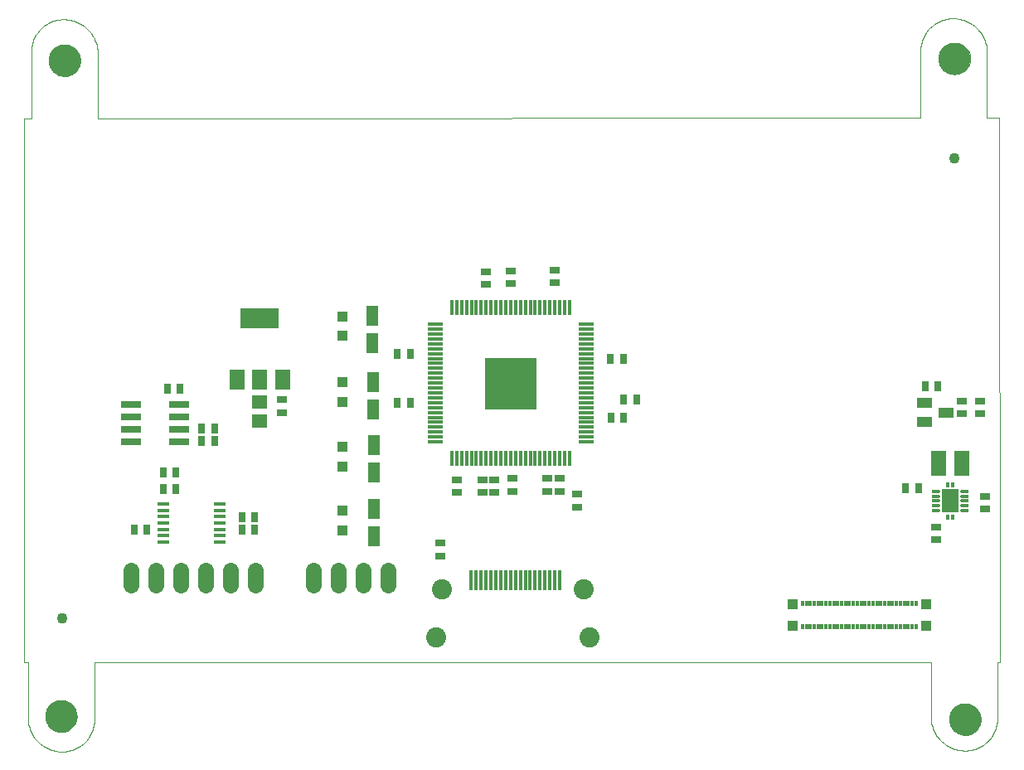
<source format=gts>
G75*
G70*
%OFA0B0*%
%FSLAX24Y24*%
%IPPOS*%
%LPD*%
%AMOC8*
5,1,8,0,0,1.08239X$1,22.5*
%
%ADD10C,0.0000*%
%ADD11C,0.1300*%
%ADD12R,0.0820X0.0250*%
%ADD13R,0.0316X0.0394*%
%ADD14R,0.0118X0.0236*%
%ADD15R,0.0669X0.0965*%
%ADD16R,0.0299X0.0138*%
%ADD17C,0.0138*%
%ADD18R,0.0591X0.0985*%
%ADD19R,0.0394X0.0316*%
%ADD20R,0.0591X0.0434*%
%ADD21R,0.0620X0.0150*%
%ADD22R,0.0150X0.0620*%
%ADD23R,0.2090X0.2090*%
%ADD24R,0.0434X0.0434*%
%ADD25R,0.0512X0.0827*%
%ADD26R,0.0131X0.0237*%
%ADD27R,0.0394X0.0402*%
%ADD28R,0.0512X0.0158*%
%ADD29C,0.0640*%
%ADD30R,0.0631X0.0827*%
%ADD31R,0.1536X0.0827*%
%ADD32R,0.0631X0.0552*%
%ADD33R,0.0158X0.0788*%
%ADD34C,0.0808*%
%ADD35C,0.0434*%
D10*
X001652Y000107D02*
X001722Y000109D01*
X001792Y000115D01*
X001862Y000124D01*
X001931Y000137D01*
X002000Y000154D01*
X002067Y000175D01*
X002133Y000199D01*
X002197Y000227D01*
X002260Y000258D01*
X002322Y000293D01*
X002381Y000331D01*
X002438Y000372D01*
X002493Y000416D01*
X002545Y000463D01*
X002595Y000513D01*
X002642Y000565D01*
X002686Y000620D01*
X002727Y000677D01*
X002765Y000736D01*
X002800Y000798D01*
X002831Y000861D01*
X002859Y000925D01*
X002883Y000991D01*
X002904Y001058D01*
X002921Y001127D01*
X002934Y001196D01*
X002943Y001266D01*
X002949Y001336D01*
X002951Y001406D01*
X002951Y003690D01*
X036573Y003690D01*
X036573Y001524D01*
X036575Y001452D01*
X036581Y001380D01*
X036590Y001308D01*
X036603Y001237D01*
X036620Y001167D01*
X036640Y001098D01*
X036665Y001030D01*
X036692Y000964D01*
X036723Y000898D01*
X036758Y000835D01*
X036795Y000773D01*
X036836Y000714D01*
X036880Y000657D01*
X036927Y000602D01*
X036977Y000550D01*
X037029Y000500D01*
X037084Y000453D01*
X037141Y000409D01*
X037200Y000368D01*
X037262Y000331D01*
X037325Y000296D01*
X037391Y000265D01*
X037457Y000238D01*
X037525Y000213D01*
X037594Y000193D01*
X037664Y000176D01*
X037735Y000163D01*
X037807Y000154D01*
X037879Y000148D01*
X037951Y000146D01*
X037321Y001406D02*
X037323Y001456D01*
X037329Y001506D01*
X037339Y001555D01*
X037353Y001603D01*
X037370Y001650D01*
X037391Y001695D01*
X037416Y001739D01*
X037444Y001780D01*
X037476Y001819D01*
X037510Y001856D01*
X037547Y001890D01*
X037587Y001920D01*
X037629Y001947D01*
X037673Y001971D01*
X037719Y001992D01*
X037766Y002008D01*
X037814Y002021D01*
X037864Y002030D01*
X037913Y002035D01*
X037964Y002036D01*
X038014Y002033D01*
X038063Y002026D01*
X038112Y002015D01*
X038160Y002000D01*
X038206Y001982D01*
X038251Y001960D01*
X038294Y001934D01*
X038335Y001905D01*
X038374Y001873D01*
X038410Y001838D01*
X038442Y001800D01*
X038472Y001760D01*
X038499Y001717D01*
X038522Y001673D01*
X038541Y001627D01*
X038557Y001579D01*
X038569Y001530D01*
X038577Y001481D01*
X038581Y001431D01*
X038581Y001381D01*
X038577Y001331D01*
X038569Y001282D01*
X038557Y001233D01*
X038541Y001185D01*
X038522Y001139D01*
X038499Y001095D01*
X038472Y001052D01*
X038442Y001012D01*
X038410Y000974D01*
X038374Y000939D01*
X038335Y000907D01*
X038294Y000878D01*
X038251Y000852D01*
X038206Y000830D01*
X038160Y000812D01*
X038112Y000797D01*
X038063Y000786D01*
X038014Y000779D01*
X037964Y000776D01*
X037913Y000777D01*
X037864Y000782D01*
X037814Y000791D01*
X037766Y000804D01*
X037719Y000820D01*
X037673Y000841D01*
X037629Y000865D01*
X037587Y000892D01*
X037547Y000922D01*
X037510Y000956D01*
X037476Y000993D01*
X037444Y001032D01*
X037416Y001073D01*
X037391Y001117D01*
X037370Y001162D01*
X037353Y001209D01*
X037339Y001257D01*
X037329Y001306D01*
X037323Y001356D01*
X037321Y001406D01*
X037951Y000147D02*
X038021Y000149D01*
X038091Y000155D01*
X038161Y000164D01*
X038230Y000177D01*
X038299Y000194D01*
X038366Y000215D01*
X038432Y000239D01*
X038496Y000267D01*
X038559Y000298D01*
X038621Y000333D01*
X038680Y000371D01*
X038737Y000412D01*
X038792Y000456D01*
X038844Y000503D01*
X038894Y000553D01*
X038941Y000605D01*
X038985Y000660D01*
X039026Y000717D01*
X039064Y000776D01*
X039099Y000838D01*
X039130Y000901D01*
X039158Y000965D01*
X039182Y001031D01*
X039203Y001098D01*
X039220Y001167D01*
X039233Y001236D01*
X039242Y001306D01*
X039248Y001376D01*
X039250Y001446D01*
X039250Y003690D01*
X039349Y003690D01*
X039329Y025619D01*
X038837Y025619D01*
X038837Y028217D01*
X036907Y027981D02*
X036909Y028031D01*
X036915Y028081D01*
X036925Y028130D01*
X036939Y028178D01*
X036956Y028225D01*
X036977Y028270D01*
X037002Y028314D01*
X037030Y028355D01*
X037062Y028394D01*
X037096Y028431D01*
X037133Y028465D01*
X037173Y028495D01*
X037215Y028522D01*
X037259Y028546D01*
X037305Y028567D01*
X037352Y028583D01*
X037400Y028596D01*
X037450Y028605D01*
X037499Y028610D01*
X037550Y028611D01*
X037600Y028608D01*
X037649Y028601D01*
X037698Y028590D01*
X037746Y028575D01*
X037792Y028557D01*
X037837Y028535D01*
X037880Y028509D01*
X037921Y028480D01*
X037960Y028448D01*
X037996Y028413D01*
X038028Y028375D01*
X038058Y028335D01*
X038085Y028292D01*
X038108Y028248D01*
X038127Y028202D01*
X038143Y028154D01*
X038155Y028105D01*
X038163Y028056D01*
X038167Y028006D01*
X038167Y027956D01*
X038163Y027906D01*
X038155Y027857D01*
X038143Y027808D01*
X038127Y027760D01*
X038108Y027714D01*
X038085Y027670D01*
X038058Y027627D01*
X038028Y027587D01*
X037996Y027549D01*
X037960Y027514D01*
X037921Y027482D01*
X037880Y027453D01*
X037837Y027427D01*
X037792Y027405D01*
X037746Y027387D01*
X037698Y027372D01*
X037649Y027361D01*
X037600Y027354D01*
X037550Y027351D01*
X037499Y027352D01*
X037450Y027357D01*
X037400Y027366D01*
X037352Y027379D01*
X037305Y027395D01*
X037259Y027416D01*
X037215Y027440D01*
X037173Y027467D01*
X037133Y027497D01*
X037096Y027531D01*
X037062Y027568D01*
X037030Y027607D01*
X037002Y027648D01*
X036977Y027692D01*
X036956Y027737D01*
X036939Y027784D01*
X036925Y027832D01*
X036915Y027881D01*
X036909Y027931D01*
X036907Y027981D01*
X037459Y029595D02*
X037531Y029593D01*
X037603Y029587D01*
X037675Y029578D01*
X037746Y029565D01*
X037816Y029548D01*
X037885Y029528D01*
X037953Y029503D01*
X038019Y029476D01*
X038085Y029445D01*
X038148Y029410D01*
X038210Y029373D01*
X038269Y029332D01*
X038326Y029288D01*
X038381Y029241D01*
X038433Y029191D01*
X038483Y029139D01*
X038530Y029084D01*
X038574Y029027D01*
X038615Y028968D01*
X038652Y028906D01*
X038687Y028843D01*
X038718Y028777D01*
X038745Y028711D01*
X038770Y028643D01*
X038790Y028574D01*
X038807Y028504D01*
X038820Y028433D01*
X038829Y028361D01*
X038835Y028289D01*
X038837Y028217D01*
X037459Y029595D02*
X037389Y029593D01*
X037319Y029587D01*
X037249Y029578D01*
X037180Y029565D01*
X037111Y029548D01*
X037044Y029527D01*
X036978Y029503D01*
X036914Y029475D01*
X036851Y029444D01*
X036789Y029409D01*
X036730Y029371D01*
X036673Y029330D01*
X036618Y029286D01*
X036566Y029239D01*
X036516Y029189D01*
X036469Y029137D01*
X036425Y029082D01*
X036384Y029025D01*
X036346Y028966D01*
X036311Y028904D01*
X036280Y028841D01*
X036252Y028777D01*
X036228Y028711D01*
X036207Y028644D01*
X036190Y028575D01*
X036177Y028506D01*
X036168Y028436D01*
X036162Y028366D01*
X036160Y028296D01*
X036160Y025619D01*
X003089Y025580D01*
X003089Y028178D01*
X001120Y027902D02*
X001122Y027952D01*
X001128Y028002D01*
X001138Y028051D01*
X001152Y028099D01*
X001169Y028146D01*
X001190Y028191D01*
X001215Y028235D01*
X001243Y028276D01*
X001275Y028315D01*
X001309Y028352D01*
X001346Y028386D01*
X001386Y028416D01*
X001428Y028443D01*
X001472Y028467D01*
X001518Y028488D01*
X001565Y028504D01*
X001613Y028517D01*
X001663Y028526D01*
X001712Y028531D01*
X001763Y028532D01*
X001813Y028529D01*
X001862Y028522D01*
X001911Y028511D01*
X001959Y028496D01*
X002005Y028478D01*
X002050Y028456D01*
X002093Y028430D01*
X002134Y028401D01*
X002173Y028369D01*
X002209Y028334D01*
X002241Y028296D01*
X002271Y028256D01*
X002298Y028213D01*
X002321Y028169D01*
X002340Y028123D01*
X002356Y028075D01*
X002368Y028026D01*
X002376Y027977D01*
X002380Y027927D01*
X002380Y027877D01*
X002376Y027827D01*
X002368Y027778D01*
X002356Y027729D01*
X002340Y027681D01*
X002321Y027635D01*
X002298Y027591D01*
X002271Y027548D01*
X002241Y027508D01*
X002209Y027470D01*
X002173Y027435D01*
X002134Y027403D01*
X002093Y027374D01*
X002050Y027348D01*
X002005Y027326D01*
X001959Y027308D01*
X001911Y027293D01*
X001862Y027282D01*
X001813Y027275D01*
X001763Y027272D01*
X001712Y027273D01*
X001663Y027278D01*
X001613Y027287D01*
X001565Y027300D01*
X001518Y027316D01*
X001472Y027337D01*
X001428Y027361D01*
X001386Y027388D01*
X001346Y027418D01*
X001309Y027452D01*
X001275Y027489D01*
X001243Y027528D01*
X001215Y027569D01*
X001190Y027613D01*
X001169Y027658D01*
X001152Y027705D01*
X001138Y027753D01*
X001128Y027802D01*
X001122Y027852D01*
X001120Y027902D01*
X001711Y029556D02*
X001783Y029554D01*
X001855Y029548D01*
X001927Y029539D01*
X001998Y029526D01*
X002068Y029509D01*
X002137Y029489D01*
X002205Y029464D01*
X002271Y029437D01*
X002337Y029406D01*
X002400Y029371D01*
X002462Y029334D01*
X002521Y029293D01*
X002578Y029249D01*
X002633Y029202D01*
X002685Y029152D01*
X002735Y029100D01*
X002782Y029045D01*
X002826Y028988D01*
X002867Y028929D01*
X002904Y028867D01*
X002939Y028804D01*
X002970Y028738D01*
X002997Y028672D01*
X003022Y028604D01*
X003042Y028535D01*
X003059Y028465D01*
X003072Y028394D01*
X003081Y028322D01*
X003087Y028250D01*
X003089Y028178D01*
X001711Y029556D02*
X001641Y029554D01*
X001571Y029548D01*
X001501Y029539D01*
X001432Y029526D01*
X001363Y029509D01*
X001296Y029488D01*
X001230Y029464D01*
X001166Y029436D01*
X001103Y029405D01*
X001041Y029370D01*
X000982Y029332D01*
X000925Y029291D01*
X000870Y029247D01*
X000818Y029200D01*
X000768Y029150D01*
X000721Y029098D01*
X000677Y029043D01*
X000636Y028986D01*
X000598Y028927D01*
X000563Y028865D01*
X000532Y028802D01*
X000504Y028738D01*
X000480Y028672D01*
X000459Y028605D01*
X000442Y028536D01*
X000429Y028467D01*
X000420Y028397D01*
X000414Y028327D01*
X000412Y028257D01*
X000411Y028257D02*
X000411Y025580D01*
X000136Y025580D01*
X000136Y003690D01*
X000274Y003690D01*
X000274Y001485D01*
X000982Y001524D02*
X000984Y001574D01*
X000990Y001624D01*
X001000Y001673D01*
X001014Y001721D01*
X001031Y001768D01*
X001052Y001813D01*
X001077Y001857D01*
X001105Y001898D01*
X001137Y001937D01*
X001171Y001974D01*
X001208Y002008D01*
X001248Y002038D01*
X001290Y002065D01*
X001334Y002089D01*
X001380Y002110D01*
X001427Y002126D01*
X001475Y002139D01*
X001525Y002148D01*
X001574Y002153D01*
X001625Y002154D01*
X001675Y002151D01*
X001724Y002144D01*
X001773Y002133D01*
X001821Y002118D01*
X001867Y002100D01*
X001912Y002078D01*
X001955Y002052D01*
X001996Y002023D01*
X002035Y001991D01*
X002071Y001956D01*
X002103Y001918D01*
X002133Y001878D01*
X002160Y001835D01*
X002183Y001791D01*
X002202Y001745D01*
X002218Y001697D01*
X002230Y001648D01*
X002238Y001599D01*
X002242Y001549D01*
X002242Y001499D01*
X002238Y001449D01*
X002230Y001400D01*
X002218Y001351D01*
X002202Y001303D01*
X002183Y001257D01*
X002160Y001213D01*
X002133Y001170D01*
X002103Y001130D01*
X002071Y001092D01*
X002035Y001057D01*
X001996Y001025D01*
X001955Y000996D01*
X001912Y000970D01*
X001867Y000948D01*
X001821Y000930D01*
X001773Y000915D01*
X001724Y000904D01*
X001675Y000897D01*
X001625Y000894D01*
X001574Y000895D01*
X001525Y000900D01*
X001475Y000909D01*
X001427Y000922D01*
X001380Y000938D01*
X001334Y000959D01*
X001290Y000983D01*
X001248Y001010D01*
X001208Y001040D01*
X001171Y001074D01*
X001137Y001111D01*
X001105Y001150D01*
X001077Y001191D01*
X001052Y001235D01*
X001031Y001280D01*
X001014Y001327D01*
X001000Y001375D01*
X000990Y001424D01*
X000984Y001474D01*
X000982Y001524D01*
X000274Y001485D02*
X000276Y001413D01*
X000282Y001341D01*
X000291Y001269D01*
X000304Y001198D01*
X000321Y001128D01*
X000341Y001059D01*
X000366Y000991D01*
X000393Y000925D01*
X000424Y000859D01*
X000459Y000796D01*
X000496Y000734D01*
X000537Y000675D01*
X000581Y000618D01*
X000628Y000563D01*
X000678Y000511D01*
X000730Y000461D01*
X000785Y000414D01*
X000842Y000370D01*
X000901Y000329D01*
X000963Y000292D01*
X001026Y000257D01*
X001092Y000226D01*
X001158Y000199D01*
X001226Y000174D01*
X001295Y000154D01*
X001365Y000137D01*
X001436Y000124D01*
X001508Y000115D01*
X001580Y000109D01*
X001652Y000107D01*
D11*
X001612Y001524D03*
X001750Y027902D03*
X037537Y027981D03*
X037951Y001406D03*
D12*
X006362Y012585D03*
X006362Y013085D03*
X006362Y013585D03*
X006362Y014085D03*
X004422Y014085D03*
X004422Y013585D03*
X004422Y013085D03*
X004422Y012585D03*
D13*
X005726Y011347D03*
X006238Y011347D03*
X006238Y010678D03*
X005726Y010678D03*
X005057Y009044D03*
X004545Y009044D03*
X008876Y009024D03*
X009388Y009024D03*
X009388Y009536D03*
X008876Y009536D03*
X007774Y012587D03*
X007262Y012587D03*
X007262Y013099D03*
X007774Y013099D03*
X006396Y014713D03*
X005884Y014713D03*
X015136Y014143D03*
X015648Y014143D03*
X015648Y016111D03*
X015136Y016111D03*
X023699Y015914D03*
X024211Y015914D03*
X024230Y014261D03*
X024742Y014261D03*
X024230Y013552D03*
X023719Y013552D03*
X035572Y010687D03*
X036084Y010687D03*
X036356Y014812D03*
X036868Y014812D03*
D14*
X037243Y010828D03*
X037459Y010828D03*
X037459Y009549D03*
X037243Y009549D03*
D15*
X037351Y010189D03*
D16*
X037959Y010189D03*
X037959Y010386D03*
X037959Y010582D03*
X037959Y009992D03*
X037959Y009795D03*
X036743Y009795D03*
X036743Y009992D03*
X036743Y010189D03*
X036743Y010386D03*
X036743Y010582D03*
D17*
X036892Y010582D03*
X036892Y010386D03*
X036892Y010189D03*
X036892Y009992D03*
X036892Y009795D03*
X037810Y009795D03*
X037810Y009992D03*
X037810Y010189D03*
X037810Y010386D03*
X037810Y010582D03*
D18*
X037823Y011704D03*
X036879Y011704D03*
D19*
X038749Y010386D03*
X038749Y009874D03*
X036787Y009133D03*
X036787Y008621D03*
X037833Y013690D03*
X037833Y014202D03*
X038541Y014202D03*
X038541Y013690D03*
X022341Y010461D03*
X022341Y009950D03*
X021652Y010580D03*
X021140Y010580D03*
X021140Y011091D03*
X021652Y011091D03*
X019742Y011091D03*
X019014Y011052D03*
X018561Y011052D03*
X018561Y010540D03*
X019014Y010540D03*
X019742Y010580D03*
X017537Y010540D03*
X017537Y011052D03*
X016868Y008493D03*
X016868Y007981D03*
X010490Y013749D03*
X010490Y014261D03*
X018699Y018906D03*
X018699Y019418D03*
X019683Y019438D03*
X019683Y018926D03*
X021455Y018965D03*
X021455Y019477D03*
D20*
X036317Y014123D03*
X036317Y013375D03*
X037183Y013749D03*
D21*
X022723Y013750D03*
X022723Y013950D03*
X022723Y014140D03*
X022723Y014340D03*
X022723Y014540D03*
X022723Y014730D03*
X022723Y014930D03*
X022723Y015130D03*
X022723Y015320D03*
X022723Y015520D03*
X022723Y015720D03*
X022723Y015910D03*
X022723Y016110D03*
X022723Y016310D03*
X022723Y016500D03*
X022723Y016700D03*
X022723Y016900D03*
X022723Y017100D03*
X022723Y017290D03*
X022723Y013550D03*
X022723Y013360D03*
X022723Y013160D03*
X022723Y012960D03*
X022723Y012760D03*
X022723Y012570D03*
X016643Y012570D03*
X016643Y012760D03*
X016643Y012960D03*
X016643Y013160D03*
X016643Y013360D03*
X016643Y013550D03*
X016643Y013750D03*
X016643Y013950D03*
X016643Y014140D03*
X016643Y014340D03*
X016643Y014540D03*
X016643Y014730D03*
X016643Y014930D03*
X016643Y015130D03*
X016643Y015320D03*
X016643Y015520D03*
X016643Y015720D03*
X016643Y015910D03*
X016643Y016110D03*
X016643Y016310D03*
X016643Y016500D03*
X016643Y016700D03*
X016643Y016900D03*
X016643Y017100D03*
X016643Y017290D03*
D22*
X017323Y017970D03*
X017513Y017970D03*
X017713Y017970D03*
X017913Y017970D03*
X018113Y017970D03*
X018303Y017970D03*
X018503Y017970D03*
X018703Y017970D03*
X018893Y017970D03*
X019093Y017970D03*
X019293Y017970D03*
X019483Y017970D03*
X019683Y017970D03*
X019883Y017970D03*
X020073Y017970D03*
X020273Y017970D03*
X020473Y017970D03*
X020663Y017970D03*
X020863Y017970D03*
X021063Y017970D03*
X021253Y017970D03*
X021453Y017970D03*
X021653Y017970D03*
X021853Y017970D03*
X022043Y017970D03*
X022043Y011890D03*
X021853Y011890D03*
X021653Y011890D03*
X021453Y011890D03*
X021253Y011890D03*
X021063Y011890D03*
X020863Y011890D03*
X020663Y011890D03*
X020473Y011890D03*
X020273Y011890D03*
X020073Y011890D03*
X019883Y011890D03*
X019683Y011890D03*
X019483Y011890D03*
X019293Y011890D03*
X019093Y011890D03*
X018893Y011890D03*
X018703Y011890D03*
X018503Y011890D03*
X018303Y011890D03*
X018113Y011890D03*
X017913Y011890D03*
X017713Y011890D03*
X017513Y011890D03*
X017323Y011890D03*
D23*
X019693Y014910D03*
D24*
X012911Y014969D03*
X012911Y014182D03*
X012911Y012371D03*
X012911Y011583D03*
X012911Y009792D03*
X012911Y009005D03*
X012911Y016820D03*
X012911Y017607D03*
D25*
X014132Y017627D03*
X014132Y016524D03*
X014171Y014969D03*
X014171Y013867D03*
X014191Y012430D03*
X014191Y011328D03*
X014191Y009871D03*
X014191Y008769D03*
D26*
X031415Y006072D03*
X031573Y006072D03*
X031730Y006072D03*
X031888Y006072D03*
X032045Y006072D03*
X032203Y006072D03*
X032360Y006072D03*
X032518Y006072D03*
X032675Y006072D03*
X032833Y006072D03*
X032990Y006072D03*
X033148Y006072D03*
X033305Y006072D03*
X033463Y006072D03*
X033620Y006072D03*
X033778Y006072D03*
X033935Y006072D03*
X034093Y006072D03*
X034250Y006072D03*
X034408Y006072D03*
X034565Y006072D03*
X034723Y006072D03*
X034880Y006072D03*
X035037Y006072D03*
X035195Y006072D03*
X035352Y006072D03*
X035510Y006072D03*
X035667Y006072D03*
X035825Y006072D03*
X035982Y006072D03*
X035982Y005127D03*
X035825Y005127D03*
X035667Y005127D03*
X035510Y005127D03*
X035352Y005127D03*
X035195Y005127D03*
X035037Y005127D03*
X034880Y005127D03*
X034723Y005127D03*
X034565Y005127D03*
X034408Y005127D03*
X034250Y005127D03*
X034093Y005127D03*
X033935Y005127D03*
X033778Y005127D03*
X033620Y005127D03*
X033463Y005127D03*
X033305Y005127D03*
X033148Y005127D03*
X032990Y005127D03*
X032833Y005127D03*
X032675Y005127D03*
X032518Y005127D03*
X032360Y005127D03*
X032203Y005127D03*
X032045Y005127D03*
X031888Y005127D03*
X031730Y005127D03*
X031573Y005127D03*
X031415Y005127D03*
D27*
X031022Y005166D03*
X031022Y006032D03*
X036376Y006032D03*
X036376Y005166D03*
D28*
X007990Y008532D03*
X007990Y008788D03*
X007990Y009044D03*
X007990Y009300D03*
X007990Y009556D03*
X007990Y009812D03*
X007990Y010068D03*
X005707Y010068D03*
X005707Y009812D03*
X005707Y009556D03*
X005707Y009300D03*
X005707Y009044D03*
X005707Y008788D03*
X005707Y008532D03*
D29*
X005427Y007395D02*
X005427Y006795D01*
X004427Y006795D02*
X004427Y007395D01*
X006427Y007395D02*
X006427Y006795D01*
X007427Y006795D02*
X007427Y007395D01*
X008427Y007395D02*
X008427Y006795D01*
X009427Y006795D02*
X009427Y007395D01*
X011746Y007395D02*
X011746Y006795D01*
X012746Y006795D02*
X012746Y007395D01*
X013746Y007395D02*
X013746Y006795D01*
X014746Y006795D02*
X014746Y007395D01*
D30*
X010510Y015068D03*
X009604Y015068D03*
X008699Y015068D03*
D31*
X009604Y017548D03*
D32*
X009604Y014162D03*
X009604Y013414D03*
D33*
X018089Y007001D03*
X018286Y007001D03*
X018482Y007001D03*
X018679Y007001D03*
X018896Y007001D03*
X019093Y007001D03*
X019289Y007001D03*
X019486Y007001D03*
X019683Y007001D03*
X019880Y007001D03*
X020077Y007001D03*
X020274Y007001D03*
X020471Y007001D03*
X020667Y007001D03*
X020864Y007001D03*
X021061Y007001D03*
X021258Y007001D03*
X021455Y007001D03*
X021652Y007001D03*
D34*
X022636Y006623D03*
X022872Y004694D03*
X016691Y004694D03*
X016927Y006623D03*
D35*
X001671Y005481D03*
X037537Y023965D03*
M02*

</source>
